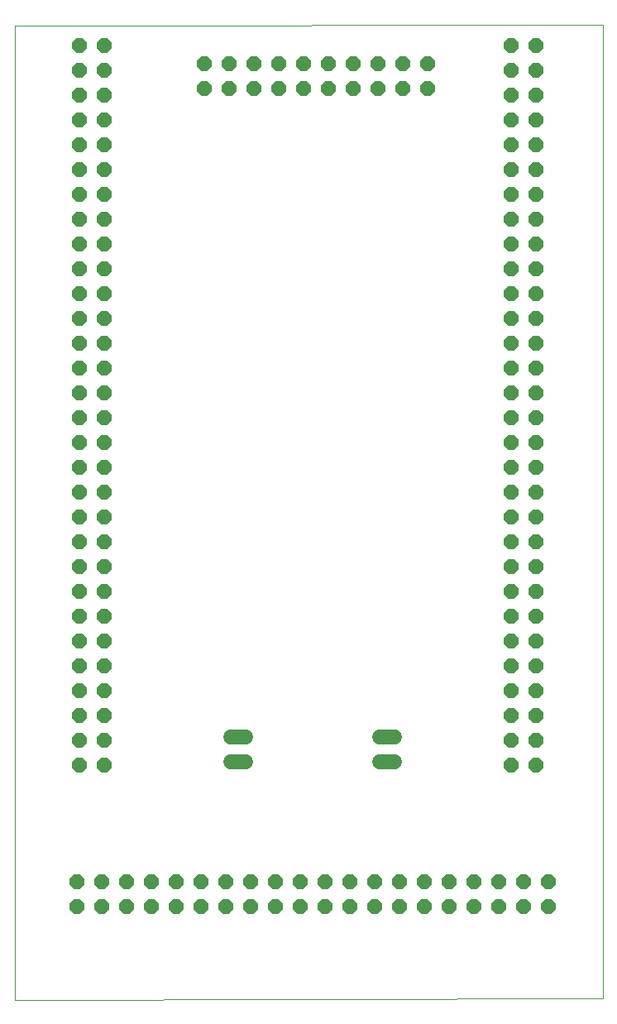
<source format=gts>
G75*
%MOIN*%
%OFA0B0*%
%FSLAX25Y25*%
%IPPOS*%
%LPD*%
%AMOC8*
5,1,8,0,0,1.08239X$1,22.5*
%
%ADD10C,0.00000*%
%ADD11C,0.06000*%
%ADD12OC8,0.06000*%
D10*
X0001739Y0002810D02*
X0001739Y0395311D01*
X0238660Y0395811D01*
X0238660Y0003310D01*
X0001739Y0002810D01*
D11*
X0088721Y0098532D02*
X0094721Y0098532D01*
X0094721Y0108532D02*
X0088721Y0108532D01*
X0148682Y0108532D02*
X0154682Y0108532D01*
X0154682Y0098532D02*
X0148682Y0098532D01*
D12*
X0146839Y0050410D03*
X0146839Y0040410D03*
X0136839Y0040410D03*
X0136839Y0050410D03*
X0126839Y0050410D03*
X0126839Y0040410D03*
X0116839Y0040410D03*
X0116839Y0050410D03*
X0106839Y0050410D03*
X0106839Y0040410D03*
X0096839Y0040410D03*
X0096839Y0050410D03*
X0086839Y0050410D03*
X0086839Y0040410D03*
X0076839Y0040410D03*
X0076839Y0050410D03*
X0066839Y0050410D03*
X0066839Y0040410D03*
X0056839Y0040410D03*
X0056839Y0050410D03*
X0046839Y0050410D03*
X0046839Y0040410D03*
X0036839Y0040410D03*
X0036839Y0050410D03*
X0026839Y0050410D03*
X0026839Y0040410D03*
X0027784Y0097312D03*
X0027784Y0107312D03*
X0027784Y0117312D03*
X0027784Y0127312D03*
X0027784Y0137312D03*
X0027784Y0147312D03*
X0027784Y0157312D03*
X0027784Y0167312D03*
X0027784Y0177312D03*
X0027784Y0187312D03*
X0027784Y0197312D03*
X0027784Y0207312D03*
X0027784Y0217312D03*
X0027784Y0227312D03*
X0027784Y0237312D03*
X0027784Y0247312D03*
X0027784Y0257312D03*
X0027784Y0267312D03*
X0027784Y0277312D03*
X0027784Y0287312D03*
X0027784Y0297312D03*
X0027784Y0307312D03*
X0027784Y0317312D03*
X0027784Y0327312D03*
X0027784Y0337312D03*
X0027784Y0347312D03*
X0027784Y0357312D03*
X0027784Y0367312D03*
X0027784Y0377312D03*
X0027784Y0387312D03*
X0037784Y0387312D03*
X0037784Y0377312D03*
X0037784Y0367312D03*
X0037784Y0357312D03*
X0037784Y0347312D03*
X0037784Y0337312D03*
X0037784Y0327312D03*
X0037784Y0317312D03*
X0037784Y0307312D03*
X0037784Y0297312D03*
X0037784Y0287312D03*
X0037784Y0277312D03*
X0037784Y0267312D03*
X0037784Y0257312D03*
X0037784Y0247312D03*
X0037784Y0237312D03*
X0037784Y0227312D03*
X0037784Y0217312D03*
X0037784Y0207312D03*
X0037784Y0197312D03*
X0037784Y0187312D03*
X0037784Y0177312D03*
X0037784Y0167312D03*
X0037784Y0157312D03*
X0037784Y0147312D03*
X0037784Y0137312D03*
X0037784Y0127312D03*
X0037784Y0117312D03*
X0037784Y0107312D03*
X0037784Y0097312D03*
X0156839Y0050410D03*
X0156839Y0040410D03*
X0166839Y0040410D03*
X0166839Y0050410D03*
X0176839Y0050410D03*
X0176839Y0040410D03*
X0186839Y0040410D03*
X0186839Y0050410D03*
X0196839Y0050410D03*
X0196839Y0040410D03*
X0206839Y0040410D03*
X0206839Y0050410D03*
X0216839Y0050410D03*
X0216839Y0040410D03*
X0211957Y0097312D03*
X0211957Y0107312D03*
X0211957Y0117312D03*
X0211957Y0127312D03*
X0211957Y0137312D03*
X0211957Y0147312D03*
X0211957Y0157312D03*
X0211957Y0167312D03*
X0211957Y0177312D03*
X0211957Y0187312D03*
X0211957Y0197312D03*
X0211957Y0207312D03*
X0211957Y0217312D03*
X0211957Y0227312D03*
X0211957Y0237312D03*
X0211957Y0247312D03*
X0211957Y0257312D03*
X0211957Y0267312D03*
X0211957Y0277312D03*
X0211957Y0287312D03*
X0211957Y0297312D03*
X0211957Y0307312D03*
X0211957Y0317312D03*
X0211957Y0327312D03*
X0211957Y0337312D03*
X0211957Y0347312D03*
X0211957Y0357312D03*
X0211957Y0367312D03*
X0211957Y0377312D03*
X0211957Y0387312D03*
X0201957Y0387312D03*
X0201957Y0377312D03*
X0201957Y0367312D03*
X0201957Y0357312D03*
X0201957Y0347312D03*
X0201957Y0337312D03*
X0201957Y0327312D03*
X0201957Y0317312D03*
X0201957Y0307312D03*
X0201957Y0297312D03*
X0201957Y0287312D03*
X0201957Y0277312D03*
X0201957Y0267312D03*
X0201957Y0257312D03*
X0201957Y0247312D03*
X0201957Y0237312D03*
X0201957Y0227312D03*
X0201957Y0217312D03*
X0201957Y0207312D03*
X0201957Y0197312D03*
X0201957Y0187312D03*
X0201957Y0177312D03*
X0201957Y0167312D03*
X0201957Y0157312D03*
X0201957Y0147312D03*
X0201957Y0137312D03*
X0201957Y0127312D03*
X0201957Y0117312D03*
X0201957Y0107312D03*
X0201957Y0097312D03*
X0168139Y0369910D03*
X0168139Y0379910D03*
X0158139Y0379910D03*
X0158139Y0369910D03*
X0148139Y0369910D03*
X0148139Y0379910D03*
X0138139Y0379910D03*
X0138139Y0369910D03*
X0128139Y0369910D03*
X0128139Y0379910D03*
X0118139Y0379910D03*
X0118139Y0369910D03*
X0108139Y0369910D03*
X0108139Y0379910D03*
X0098139Y0379910D03*
X0098139Y0369910D03*
X0088139Y0369910D03*
X0088139Y0379910D03*
X0078139Y0379910D03*
X0078139Y0369910D03*
M02*

</source>
